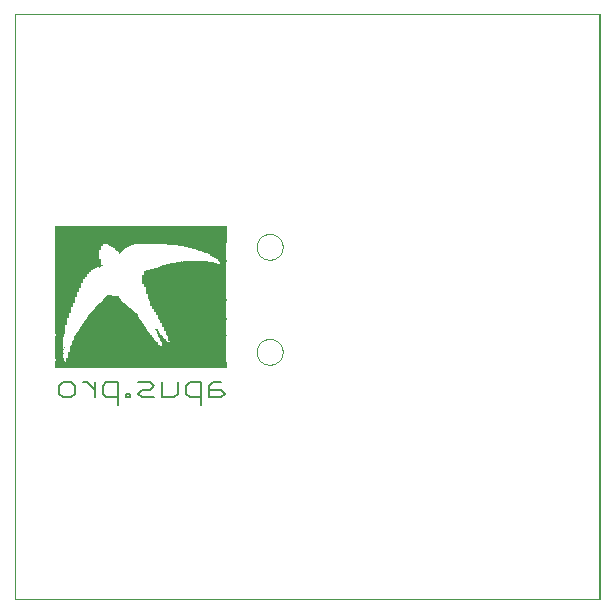
<source format=gbo>
G75*
G70*
%OFA0B0*%
%FSLAX24Y24*%
%IPPOS*%
%LPD*%
%AMOC8*
5,1,8,0,0,1.08239X$1,22.5*
%
%ADD10C,0.0000*%
%ADD11R,0.5701X0.0016*%
%ADD12R,0.0331X0.0016*%
%ADD13R,0.5339X0.0016*%
%ADD14R,0.0315X0.0016*%
%ADD15R,0.5307X0.0016*%
%ADD16R,0.0299X0.0016*%
%ADD17R,0.5291X0.0016*%
%ADD18R,0.0283X0.0016*%
%ADD19R,0.5276X0.0016*%
%ADD20R,0.0268X0.0016*%
%ADD21R,0.5260X0.0016*%
%ADD22R,0.0016X0.0016*%
%ADD23R,0.5244X0.0016*%
%ADD24R,0.5228X0.0016*%
%ADD25R,0.5213X0.0016*%
%ADD26R,0.5197X0.0016*%
%ADD27R,0.5181X0.0016*%
%ADD28R,0.2992X0.0016*%
%ADD29R,0.2173X0.0016*%
%ADD30R,0.2142X0.0016*%
%ADD31R,0.2945X0.0016*%
%ADD32R,0.2929X0.0016*%
%ADD33R,0.2898X0.0016*%
%ADD34R,0.2882X0.0016*%
%ADD35R,0.2157X0.0016*%
%ADD36R,0.2835X0.0016*%
%ADD37R,0.2787X0.0016*%
%ADD38R,0.0220X0.0016*%
%ADD39R,0.1890X0.0016*%
%ADD40R,0.2772X0.0016*%
%ADD41R,0.0205X0.0016*%
%ADD42R,0.2740X0.0016*%
%ADD43R,0.1906X0.0016*%
%ADD44R,0.2709X0.0016*%
%ADD45R,0.2693X0.0016*%
%ADD46R,0.0173X0.0016*%
%ADD47R,0.1921X0.0016*%
%ADD48R,0.0157X0.0016*%
%ADD49R,0.2661X0.0016*%
%ADD50R,0.1937X0.0016*%
%ADD51R,0.2646X0.0016*%
%ADD52R,0.0142X0.0016*%
%ADD53R,0.2614X0.0016*%
%ADD54R,0.2583X0.0016*%
%ADD55R,0.2567X0.0016*%
%ADD56R,0.0126X0.0016*%
%ADD57R,0.0110X0.0016*%
%ADD58R,0.1953X0.0016*%
%ADD59R,0.2535X0.0016*%
%ADD60R,0.2520X0.0016*%
%ADD61R,0.1969X0.0016*%
%ADD62R,0.2504X0.0016*%
%ADD63R,0.2488X0.0016*%
%ADD64R,0.0094X0.0016*%
%ADD65R,0.1984X0.0016*%
%ADD66R,0.2457X0.0016*%
%ADD67R,0.2441X0.0016*%
%ADD68R,0.2000X0.0016*%
%ADD69R,0.2425X0.0016*%
%ADD70R,0.0079X0.0016*%
%ADD71R,0.2409X0.0016*%
%ADD72R,0.2016X0.0016*%
%ADD73R,0.2362X0.0016*%
%ADD74R,0.0063X0.0016*%
%ADD75R,0.2346X0.0016*%
%ADD76R,0.2031X0.0016*%
%ADD77R,0.2331X0.0016*%
%ADD78R,0.2299X0.0016*%
%ADD79R,0.2047X0.0016*%
%ADD80R,0.2283X0.0016*%
%ADD81R,0.0047X0.0016*%
%ADD82R,0.2268X0.0016*%
%ADD83R,0.2236X0.0016*%
%ADD84R,0.0031X0.0016*%
%ADD85R,0.2063X0.0016*%
%ADD86R,0.2220X0.0016*%
%ADD87R,0.0346X0.0016*%
%ADD88R,0.2205X0.0016*%
%ADD89R,0.2079X0.0016*%
%ADD90R,0.2189X0.0016*%
%ADD91R,0.2094X0.0016*%
%ADD92R,0.0362X0.0016*%
%ADD93R,0.2126X0.0016*%
%ADD94R,0.2110X0.0016*%
%ADD95R,0.0378X0.0016*%
%ADD96R,0.0394X0.0016*%
%ADD97R,0.0409X0.0016*%
%ADD98R,0.1858X0.0016*%
%ADD99R,0.1811X0.0016*%
%ADD100R,0.0425X0.0016*%
%ADD101R,0.1780X0.0016*%
%ADD102R,0.1748X0.0016*%
%ADD103R,0.2252X0.0016*%
%ADD104R,0.1717X0.0016*%
%ADD105R,0.0441X0.0016*%
%ADD106R,0.1685X0.0016*%
%ADD107R,0.1669X0.0016*%
%ADD108R,0.0457X0.0016*%
%ADD109R,0.1654X0.0016*%
%ADD110R,0.1622X0.0016*%
%ADD111R,0.0472X0.0016*%
%ADD112R,0.1591X0.0016*%
%ADD113R,0.1575X0.0016*%
%ADD114R,0.2315X0.0016*%
%ADD115R,0.1528X0.0016*%
%ADD116R,0.1512X0.0016*%
%ADD117R,0.0488X0.0016*%
%ADD118R,0.1480X0.0016*%
%ADD119R,0.0504X0.0016*%
%ADD120R,0.1433X0.0016*%
%ADD121R,0.1417X0.0016*%
%ADD122R,0.1386X0.0016*%
%ADD123R,0.2378X0.0016*%
%ADD124R,0.0520X0.0016*%
%ADD125R,0.1354X0.0016*%
%ADD126R,0.2394X0.0016*%
%ADD127R,0.1323X0.0016*%
%ADD128R,0.1307X0.0016*%
%ADD129R,0.0535X0.0016*%
%ADD130R,0.1260X0.0016*%
%ADD131R,0.1213X0.0016*%
%ADD132R,0.1197X0.0016*%
%ADD133R,0.0551X0.0016*%
%ADD134R,0.1150X0.0016*%
%ADD135R,0.1118X0.0016*%
%ADD136R,0.1087X0.0016*%
%ADD137R,0.2472X0.0016*%
%ADD138R,0.0567X0.0016*%
%ADD139R,0.1039X0.0016*%
%ADD140R,0.0583X0.0016*%
%ADD141R,0.1024X0.0016*%
%ADD142R,0.0976X0.0016*%
%ADD143R,0.0945X0.0016*%
%ADD144R,0.0598X0.0016*%
%ADD145R,0.0913X0.0016*%
%ADD146R,0.0882X0.0016*%
%ADD147R,0.0850X0.0016*%
%ADD148R,0.0614X0.0016*%
%ADD149R,0.0819X0.0016*%
%ADD150R,0.0787X0.0016*%
%ADD151R,0.0630X0.0016*%
%ADD152R,0.0756X0.0016*%
%ADD153R,0.0646X0.0016*%
%ADD154R,0.0724X0.0016*%
%ADD155R,0.0693X0.0016*%
%ADD156R,0.0661X0.0016*%
%ADD157R,0.2551X0.0016*%
%ADD158R,0.0677X0.0016*%
%ADD159R,0.2598X0.0016*%
%ADD160R,0.0709X0.0016*%
%ADD161R,0.2630X0.0016*%
%ADD162R,0.0740X0.0016*%
%ADD163R,0.0772X0.0016*%
%ADD164R,0.2677X0.0016*%
%ADD165R,0.0803X0.0016*%
%ADD166R,0.0835X0.0016*%
%ADD167R,0.2724X0.0016*%
%ADD168R,0.0866X0.0016*%
%ADD169R,0.2756X0.0016*%
%ADD170R,0.0898X0.0016*%
%ADD171R,0.0929X0.0016*%
%ADD172R,0.2803X0.0016*%
%ADD173R,0.2819X0.0016*%
%ADD174R,0.0961X0.0016*%
%ADD175R,0.0992X0.0016*%
%ADD176R,0.1008X0.0016*%
%ADD177R,0.1055X0.0016*%
%ADD178R,0.1102X0.0016*%
%ADD179R,0.1134X0.0016*%
%ADD180R,0.1165X0.0016*%
%ADD181R,0.1181X0.0016*%
%ADD182R,0.1228X0.0016*%
%ADD183R,0.1276X0.0016*%
%ADD184R,0.1339X0.0016*%
%ADD185R,0.1370X0.0016*%
%ADD186R,0.1559X0.0016*%
%ADD187R,0.1543X0.0016*%
%ADD188R,0.0189X0.0016*%
%ADD189R,0.1244X0.0016*%
%ADD190R,0.0236X0.0016*%
%ADD191R,0.1496X0.0016*%
%ADD192R,0.0252X0.0016*%
%ADD193R,0.1071X0.0016*%
%ADD194R,0.1402X0.0016*%
%ADD195R,0.1606X0.0016*%
%ADD196R,0.1638X0.0016*%
%ADD197R,0.4047X0.0016*%
%ADD198C,0.0070*%
D10*
X000500Y000750D02*
X020000Y000750D01*
X020000Y020250D01*
X000500Y020250D01*
X000500Y000750D01*
X000500Y020246D01*
X019994Y020246D01*
X019994Y000750D01*
X000500Y000750D01*
X008567Y009000D02*
X008569Y009041D01*
X008575Y009082D01*
X008585Y009122D01*
X008598Y009161D01*
X008615Y009198D01*
X008636Y009234D01*
X008660Y009268D01*
X008687Y009299D01*
X008716Y009327D01*
X008749Y009353D01*
X008783Y009375D01*
X008820Y009394D01*
X008858Y009409D01*
X008898Y009421D01*
X008938Y009429D01*
X008979Y009433D01*
X009021Y009433D01*
X009062Y009429D01*
X009102Y009421D01*
X009142Y009409D01*
X009180Y009394D01*
X009216Y009375D01*
X009251Y009353D01*
X009284Y009327D01*
X009313Y009299D01*
X009340Y009268D01*
X009364Y009234D01*
X009385Y009198D01*
X009402Y009161D01*
X009415Y009122D01*
X009425Y009082D01*
X009431Y009041D01*
X009433Y009000D01*
X009431Y008959D01*
X009425Y008918D01*
X009415Y008878D01*
X009402Y008839D01*
X009385Y008802D01*
X009364Y008766D01*
X009340Y008732D01*
X009313Y008701D01*
X009284Y008673D01*
X009251Y008647D01*
X009217Y008625D01*
X009180Y008606D01*
X009142Y008591D01*
X009102Y008579D01*
X009062Y008571D01*
X009021Y008567D01*
X008979Y008567D01*
X008938Y008571D01*
X008898Y008579D01*
X008858Y008591D01*
X008820Y008606D01*
X008784Y008625D01*
X008749Y008647D01*
X008716Y008673D01*
X008687Y008701D01*
X008660Y008732D01*
X008636Y008766D01*
X008615Y008802D01*
X008598Y008839D01*
X008585Y008878D01*
X008575Y008918D01*
X008569Y008959D01*
X008567Y009000D01*
X008567Y012500D02*
X008569Y012541D01*
X008575Y012582D01*
X008585Y012622D01*
X008598Y012661D01*
X008615Y012698D01*
X008636Y012734D01*
X008660Y012768D01*
X008687Y012799D01*
X008716Y012827D01*
X008749Y012853D01*
X008783Y012875D01*
X008820Y012894D01*
X008858Y012909D01*
X008898Y012921D01*
X008938Y012929D01*
X008979Y012933D01*
X009021Y012933D01*
X009062Y012929D01*
X009102Y012921D01*
X009142Y012909D01*
X009180Y012894D01*
X009216Y012875D01*
X009251Y012853D01*
X009284Y012827D01*
X009313Y012799D01*
X009340Y012768D01*
X009364Y012734D01*
X009385Y012698D01*
X009402Y012661D01*
X009415Y012622D01*
X009425Y012582D01*
X009431Y012541D01*
X009433Y012500D01*
X009431Y012459D01*
X009425Y012418D01*
X009415Y012378D01*
X009402Y012339D01*
X009385Y012302D01*
X009364Y012266D01*
X009340Y012232D01*
X009313Y012201D01*
X009284Y012173D01*
X009251Y012147D01*
X009217Y012125D01*
X009180Y012106D01*
X009142Y012091D01*
X009102Y012079D01*
X009062Y012071D01*
X009021Y012067D01*
X008979Y012067D01*
X008938Y012071D01*
X008898Y012079D01*
X008858Y012091D01*
X008820Y012106D01*
X008784Y012125D01*
X008749Y012147D01*
X008716Y012173D01*
X008687Y012201D01*
X008660Y012232D01*
X008636Y012266D01*
X008615Y012302D01*
X008598Y012339D01*
X008585Y012378D01*
X008575Y012418D01*
X008569Y012459D01*
X008567Y012500D01*
D11*
X004697Y012626D03*
X004697Y012642D03*
X004697Y012657D03*
X004697Y012673D03*
X004697Y012689D03*
X004697Y012705D03*
X004697Y012720D03*
X004697Y012736D03*
X004697Y012752D03*
X004697Y012768D03*
X004697Y012783D03*
X004697Y012799D03*
X004697Y012815D03*
X004697Y012831D03*
X004697Y012846D03*
X004697Y012862D03*
X004697Y012878D03*
X004697Y012894D03*
X004697Y012909D03*
X004697Y012925D03*
X004697Y012941D03*
X004697Y012957D03*
X004697Y012972D03*
X004697Y012988D03*
X004697Y013004D03*
X004697Y013020D03*
X004697Y013035D03*
X004697Y013051D03*
X004697Y013067D03*
X004697Y013083D03*
X004697Y013098D03*
X004697Y013114D03*
X004697Y013130D03*
X004697Y013146D03*
X004697Y013161D03*
X004697Y008642D03*
X004697Y008626D03*
X004697Y008610D03*
X004697Y008594D03*
X004697Y008579D03*
X004697Y008563D03*
X004697Y008547D03*
X004697Y008531D03*
X004697Y008516D03*
X004697Y008500D03*
X004697Y008484D03*
X004697Y008469D03*
X004697Y008453D03*
D12*
X002012Y008657D03*
X002012Y009697D03*
X002012Y009713D03*
X002012Y009728D03*
X002012Y009744D03*
X003996Y012421D03*
X007382Y012106D03*
D13*
X004878Y008657D03*
D14*
X002004Y008673D03*
X002004Y009587D03*
X002004Y009618D03*
X002004Y009650D03*
X002004Y009665D03*
X002004Y009681D03*
X007390Y012091D03*
D15*
X004894Y008752D03*
X004894Y008720D03*
X004894Y008705D03*
X004894Y008689D03*
X004894Y008673D03*
D16*
X003713Y010831D03*
X001996Y009634D03*
X001996Y009602D03*
X001996Y009571D03*
X001996Y009555D03*
X001996Y009539D03*
X001996Y009524D03*
X001996Y009508D03*
X001996Y008752D03*
X001996Y008736D03*
X001996Y008720D03*
X001996Y008705D03*
X001996Y008689D03*
X003996Y012406D03*
D17*
X004902Y008815D03*
X004902Y008783D03*
X004902Y008768D03*
X004902Y008736D03*
D18*
X001988Y008768D03*
X001988Y008783D03*
X001988Y008799D03*
X001988Y008815D03*
X001988Y008831D03*
X001988Y008846D03*
X001988Y008862D03*
X001988Y009335D03*
X001988Y009350D03*
X001988Y009366D03*
X001988Y009382D03*
X001988Y009398D03*
X001988Y009413D03*
X001988Y009429D03*
X001988Y009445D03*
X001988Y009461D03*
X001988Y009476D03*
X001988Y009492D03*
X007406Y012059D03*
X007406Y012075D03*
D19*
X004909Y008894D03*
X004909Y008878D03*
X004909Y008862D03*
X004909Y008846D03*
X004909Y008831D03*
X004909Y008799D03*
D20*
X001980Y008878D03*
X001980Y008894D03*
X001980Y008909D03*
X001980Y008925D03*
X001980Y008941D03*
X001980Y008957D03*
X001980Y008972D03*
X001980Y008988D03*
X001980Y009004D03*
X001980Y009020D03*
X001980Y009035D03*
X001980Y009051D03*
X001980Y009067D03*
X001980Y009083D03*
X001980Y009098D03*
X001980Y009114D03*
X001980Y009130D03*
X001980Y009146D03*
X001980Y009161D03*
X001980Y009177D03*
X001980Y009193D03*
X001980Y009209D03*
X001980Y009224D03*
X001980Y009240D03*
X001980Y009256D03*
X001980Y009272D03*
X001980Y009287D03*
X001980Y009303D03*
X001980Y009319D03*
X007413Y012043D03*
D21*
X004917Y008925D03*
X004917Y008909D03*
D22*
X005335Y009193D03*
X005209Y009744D03*
X003965Y010815D03*
X003760Y010846D03*
X003335Y011807D03*
X003366Y011823D03*
X004705Y012594D03*
X004768Y012594D03*
X005602Y012563D03*
X005634Y012563D03*
X005665Y012563D03*
X005713Y012547D03*
X006043Y012516D03*
X006185Y011996D03*
X006028Y011965D03*
X005697Y011917D03*
X005571Y011902D03*
X007114Y011965D03*
X007287Y011902D03*
X007319Y011902D03*
X002169Y009114D03*
X002154Y009051D03*
X002138Y008941D03*
D23*
X004925Y008941D03*
X004925Y008957D03*
X004925Y008972D03*
D24*
X004933Y008988D03*
X004933Y009004D03*
X004933Y009020D03*
D25*
X004941Y009035D03*
X004941Y009067D03*
D26*
X004949Y009083D03*
X004949Y009051D03*
D27*
X004957Y009098D03*
X004957Y009114D03*
X004957Y009130D03*
D28*
X003862Y009146D03*
X003862Y009161D03*
D29*
X003783Y009791D03*
X006461Y009949D03*
X006461Y009965D03*
X006461Y009980D03*
X006461Y009146D03*
X006461Y011839D03*
D30*
X006476Y009902D03*
X006476Y009886D03*
X006476Y009224D03*
X006476Y009209D03*
X006476Y009193D03*
X006476Y009177D03*
X006476Y009161D03*
D31*
X003854Y009177D03*
D32*
X003846Y009193D03*
X003846Y009209D03*
D33*
X003831Y009224D03*
D34*
X003839Y009240D03*
D35*
X003776Y009807D03*
X006469Y009917D03*
X006469Y009933D03*
X006469Y009287D03*
X006469Y009272D03*
X006469Y009256D03*
X006469Y009240D03*
D36*
X003831Y009256D03*
X003831Y009272D03*
X003831Y009287D03*
D37*
X003823Y009303D03*
X006154Y011303D03*
X006154Y011319D03*
X006154Y011445D03*
X006154Y011461D03*
X006154Y011476D03*
X006154Y011492D03*
X006154Y011508D03*
D38*
X003988Y012374D03*
X005484Y009319D03*
X005500Y009303D03*
D39*
X006602Y009303D03*
X006602Y009319D03*
X006602Y009335D03*
X003783Y009996D03*
X003783Y010012D03*
D40*
X003815Y009335D03*
X003815Y009319D03*
X006161Y011272D03*
X006161Y011287D03*
X006161Y011524D03*
D41*
X007445Y011902D03*
X007445Y011917D03*
X007445Y011980D03*
X007445Y011996D03*
X005445Y009366D03*
X005461Y009350D03*
X005476Y009335D03*
D42*
X003815Y009350D03*
X006177Y011177D03*
X006177Y011209D03*
X006177Y011224D03*
X006177Y011571D03*
X006177Y011587D03*
X006177Y011602D03*
X006177Y011618D03*
X006177Y012594D03*
D43*
X006594Y009366D03*
X006594Y009350D03*
D44*
X006193Y011146D03*
X006193Y011650D03*
X003815Y009366D03*
D45*
X003807Y009382D03*
X003807Y009398D03*
X006201Y011083D03*
X006201Y011098D03*
X006201Y011114D03*
X006201Y011130D03*
X006201Y011665D03*
D46*
X003996Y012358D03*
X005445Y009382D03*
D47*
X006587Y009382D03*
X006587Y009398D03*
X003783Y009980D03*
D48*
X003657Y010846D03*
X005421Y009413D03*
X005437Y009398D03*
D49*
X003807Y009413D03*
X006217Y010988D03*
X006217Y011004D03*
X006217Y011020D03*
D50*
X006579Y009476D03*
X006579Y009461D03*
X006579Y009445D03*
X006579Y009429D03*
X006579Y009413D03*
X003791Y009965D03*
D51*
X003799Y009429D03*
X006224Y010941D03*
X006224Y010972D03*
X006224Y011681D03*
D52*
X003996Y012343D03*
X005382Y009461D03*
X005398Y009445D03*
X005413Y009429D03*
D53*
X003799Y009445D03*
X006240Y010831D03*
X006240Y010846D03*
X006240Y010862D03*
X006240Y011697D03*
D54*
X006256Y010783D03*
X006256Y010768D03*
X006256Y010752D03*
X003799Y009461D03*
D55*
X003791Y009476D03*
X003791Y009492D03*
X006264Y010705D03*
X006264Y010736D03*
D56*
X005374Y009476D03*
X004004Y012327D03*
X005012Y012579D03*
D57*
X005335Y009539D03*
X005350Y009524D03*
X005350Y009508D03*
X005366Y009492D03*
D58*
X006571Y009492D03*
X006571Y009508D03*
X003783Y009949D03*
D59*
X003791Y009508D03*
X006280Y010610D03*
X006280Y010626D03*
X006280Y010642D03*
X006280Y010657D03*
X006280Y010673D03*
X006280Y011713D03*
D60*
X006287Y010594D03*
X003799Y009524D03*
D61*
X003776Y009933D03*
X006563Y009539D03*
X006563Y009524D03*
D62*
X006295Y010516D03*
X006295Y010531D03*
X006295Y010547D03*
X006295Y010563D03*
X006295Y010579D03*
X003791Y009539D03*
D63*
X003783Y009555D03*
X006303Y010500D03*
X006303Y011728D03*
D64*
X004004Y012295D03*
X004004Y012311D03*
X005311Y009587D03*
X005311Y009571D03*
X005327Y009555D03*
D65*
X006555Y009555D03*
X006555Y009571D03*
D66*
X006319Y010453D03*
X003783Y009571D03*
D67*
X003791Y009587D03*
X006327Y010421D03*
X006327Y010437D03*
X006327Y011744D03*
D68*
X006547Y011886D03*
X006547Y009602D03*
X006547Y009587D03*
X003776Y009902D03*
X003776Y009917D03*
D69*
X003783Y009602D03*
X006335Y010390D03*
X006335Y010406D03*
D70*
X005272Y009650D03*
X005287Y009618D03*
X005287Y009602D03*
D71*
X003791Y009618D03*
X006343Y011760D03*
D72*
X006539Y009634D03*
X006539Y009618D03*
D73*
X006366Y010295D03*
X006366Y010311D03*
X003783Y009634D03*
D74*
X005248Y009681D03*
X005264Y009665D03*
X005280Y009634D03*
X004020Y012280D03*
X005248Y012579D03*
X005374Y012579D03*
D75*
X006374Y011776D03*
X006374Y010280D03*
X006374Y010264D03*
X003791Y009650D03*
D76*
X006531Y009650D03*
X006531Y009665D03*
D77*
X006382Y010248D03*
X003783Y009665D03*
D78*
X003783Y009681D03*
X006398Y010185D03*
X006398Y010201D03*
X006398Y010217D03*
X006398Y011791D03*
D79*
X006524Y009713D03*
X006524Y009697D03*
X006524Y009681D03*
X003783Y009886D03*
D80*
X003791Y009697D03*
X006406Y010154D03*
X006406Y010169D03*
D81*
X005240Y009713D03*
X005240Y009697D03*
X005823Y011933D03*
X005445Y012579D03*
X005177Y012579D03*
X005114Y012579D03*
X004909Y012579D03*
D82*
X006413Y011807D03*
X006413Y010138D03*
X006413Y010122D03*
X003783Y009713D03*
D83*
X003783Y009728D03*
X006429Y010075D03*
X006429Y010091D03*
D84*
X005232Y009728D03*
X003894Y010831D03*
X004020Y012264D03*
X005311Y012579D03*
X006083Y011980D03*
X006949Y011980D03*
D85*
X006516Y011870D03*
X006516Y012579D03*
X003776Y009870D03*
X006516Y009744D03*
X006516Y009728D03*
D86*
X006437Y010043D03*
X006437Y010059D03*
X003776Y009744D03*
D87*
X002020Y009760D03*
X002020Y009776D03*
X002020Y009791D03*
X002020Y009807D03*
D88*
X003783Y009760D03*
X006445Y010028D03*
X006445Y011823D03*
D89*
X006508Y009776D03*
X006508Y009760D03*
X003783Y009854D03*
D90*
X003776Y009776D03*
X006453Y009996D03*
X006453Y010012D03*
D91*
X006500Y009807D03*
X006500Y009791D03*
X003776Y009839D03*
D92*
X002028Y009839D03*
X002028Y009854D03*
X002028Y009870D03*
X002028Y009886D03*
X002028Y009917D03*
X002028Y009823D03*
X003996Y012437D03*
X006563Y012012D03*
X007366Y012122D03*
D93*
X006484Y009870D03*
X003776Y009823D03*
D94*
X006492Y009823D03*
X006492Y009839D03*
X006492Y009854D03*
X006492Y011854D03*
D95*
X002035Y009933D03*
X002035Y009902D03*
D96*
X002043Y009949D03*
X002043Y009965D03*
X002043Y009980D03*
X002043Y009996D03*
X003744Y010815D03*
X007350Y012138D03*
D97*
X007343Y012154D03*
X004004Y012453D03*
X002051Y010075D03*
X002051Y010043D03*
X002051Y010028D03*
X002051Y010012D03*
D98*
X003783Y010028D03*
X006618Y012563D03*
D99*
X003791Y010059D03*
X003791Y010043D03*
D100*
X002059Y010059D03*
X002059Y010091D03*
X002059Y010106D03*
X002059Y010122D03*
D101*
X003791Y010075D03*
D102*
X003791Y010091D03*
X003791Y010106D03*
D103*
X006421Y010106D03*
D104*
X003791Y010122D03*
X006689Y012547D03*
D105*
X007327Y012169D03*
X003752Y010799D03*
X002067Y010154D03*
X002067Y010138D03*
D106*
X003791Y010138D03*
D107*
X003783Y010154D03*
X006429Y011902D03*
D108*
X003996Y012469D03*
X002075Y010201D03*
X002075Y010185D03*
X002075Y010169D03*
D109*
X003791Y010169D03*
X003791Y010185D03*
D110*
X003791Y010201D03*
D111*
X003752Y010783D03*
X002083Y010264D03*
X002083Y010248D03*
X002083Y010232D03*
X002083Y010217D03*
X007311Y012185D03*
D112*
X003791Y010217D03*
X002642Y012531D03*
X002642Y012547D03*
D113*
X002634Y012516D03*
X002634Y011870D03*
X002634Y011854D03*
X003799Y010232D03*
D114*
X006390Y010232D03*
D115*
X003791Y010248D03*
X002610Y011980D03*
X002610Y011996D03*
X002610Y012012D03*
X002610Y012437D03*
X002610Y012453D03*
D116*
X002602Y012421D03*
X002602Y012406D03*
X002602Y012390D03*
X002602Y012075D03*
X002602Y012059D03*
X002602Y012043D03*
X002602Y012028D03*
X003799Y010264D03*
X006492Y011917D03*
D117*
X002091Y010280D03*
D118*
X003783Y010280D03*
X002587Y012138D03*
X002587Y012169D03*
X002587Y012185D03*
X002587Y012217D03*
X002587Y012232D03*
X002587Y012264D03*
X002587Y012280D03*
X002587Y012295D03*
X002587Y012311D03*
X002587Y012343D03*
X002587Y012358D03*
X006807Y012516D03*
D119*
X003752Y010768D03*
X002098Y010327D03*
X002098Y010311D03*
X002098Y010295D03*
D120*
X003791Y010295D03*
D121*
X003783Y010311D03*
X002555Y011823D03*
D122*
X003783Y010327D03*
D123*
X006358Y010327D03*
D124*
X007287Y012201D03*
X003996Y012484D03*
X002106Y010374D03*
X002106Y010358D03*
X002106Y010343D03*
D125*
X002524Y011791D03*
X003783Y010343D03*
D126*
X006350Y010343D03*
X006350Y010358D03*
X006350Y010374D03*
D127*
X003768Y010358D03*
X006886Y012484D03*
D128*
X006516Y011933D03*
X003776Y010374D03*
X002500Y011760D03*
D129*
X003752Y010752D03*
X002114Y010421D03*
X002114Y010406D03*
X002114Y010390D03*
X007280Y012217D03*
D130*
X003768Y010390D03*
X002476Y011728D03*
D131*
X002453Y011697D03*
X003760Y010406D03*
D132*
X003768Y010421D03*
X002445Y011681D03*
D133*
X002122Y010469D03*
X002122Y010453D03*
X002122Y010437D03*
X007272Y012232D03*
D134*
X003760Y010437D03*
X002421Y011634D03*
D135*
X002406Y011602D03*
X003760Y010453D03*
X006988Y012437D03*
D136*
X003760Y010469D03*
X002390Y011555D03*
X002390Y011571D03*
D137*
X006311Y010484D03*
X006311Y010469D03*
D138*
X003752Y010736D03*
X002130Y010516D03*
X002130Y010484D03*
D139*
X002366Y011492D03*
X002366Y011524D03*
X003752Y010484D03*
D140*
X003744Y010720D03*
X002138Y010531D03*
X002138Y010500D03*
D141*
X002358Y011476D03*
X002358Y011508D03*
X003760Y010500D03*
D142*
X003752Y010516D03*
X002335Y011429D03*
X004051Y012579D03*
D143*
X002319Y011382D03*
X003752Y010531D03*
D144*
X002146Y010547D03*
X002146Y010563D03*
X002146Y010579D03*
X004020Y012500D03*
D145*
X002303Y011319D03*
X002303Y011303D03*
X003752Y010547D03*
X007091Y012374D03*
D146*
X004051Y012563D03*
X002287Y011240D03*
X002287Y011224D03*
X003752Y010563D03*
D147*
X003752Y010579D03*
X002272Y011161D03*
X004035Y012547D03*
D148*
X002154Y010610D03*
X002154Y010594D03*
X007240Y012248D03*
X007240Y012264D03*
D149*
X003752Y010594D03*
X002256Y011098D03*
X002256Y011114D03*
D150*
X002240Y011035D03*
X003752Y010610D03*
D151*
X003752Y010689D03*
X003752Y010705D03*
X002161Y010626D03*
X006524Y011996D03*
D152*
X003752Y010626D03*
X002224Y010988D03*
D153*
X002169Y010689D03*
X002169Y010673D03*
X002169Y010657D03*
X002169Y010642D03*
D154*
X002209Y010894D03*
X002209Y010909D03*
X003752Y010642D03*
X004020Y012531D03*
D155*
X002193Y010862D03*
X002193Y010831D03*
X002193Y010799D03*
X003752Y010657D03*
D156*
X003752Y010673D03*
X002177Y010705D03*
X002177Y010720D03*
X002177Y010752D03*
X002177Y010768D03*
X004020Y012516D03*
X007217Y012280D03*
D157*
X006272Y010720D03*
X006272Y010689D03*
D158*
X002185Y010736D03*
X002185Y010783D03*
D159*
X006248Y010799D03*
X006248Y010815D03*
D160*
X007193Y012295D03*
X002201Y010878D03*
X002201Y010846D03*
X002201Y010815D03*
D161*
X006232Y010878D03*
X006232Y010894D03*
X006232Y010909D03*
X006232Y010925D03*
X006232Y010957D03*
D162*
X007177Y012311D03*
X002217Y010972D03*
X002217Y010957D03*
X002217Y010941D03*
X002217Y010925D03*
D163*
X002232Y011004D03*
X002232Y011020D03*
X007161Y012327D03*
D164*
X006209Y011067D03*
X006209Y011051D03*
X006209Y011035D03*
D165*
X006516Y011980D03*
X007146Y012343D03*
X002248Y011083D03*
X002248Y011067D03*
X002248Y011051D03*
D166*
X002264Y011130D03*
X002264Y011146D03*
D167*
X006185Y011161D03*
X006185Y011193D03*
X006185Y011634D03*
D168*
X007114Y012358D03*
X002280Y011209D03*
X002280Y011193D03*
X002280Y011177D03*
D169*
X006169Y011240D03*
X006169Y011256D03*
X006169Y011539D03*
X006169Y011555D03*
D170*
X002295Y011287D03*
X002295Y011272D03*
X002295Y011256D03*
D171*
X002311Y011335D03*
X002311Y011350D03*
X002311Y011366D03*
D172*
X006146Y011335D03*
X006146Y011398D03*
X006146Y011413D03*
X006146Y011429D03*
D173*
X006138Y011382D03*
X006138Y011366D03*
X006138Y011350D03*
D174*
X007067Y012390D03*
X002327Y011413D03*
X002327Y011398D03*
D175*
X002343Y011445D03*
X006547Y011965D03*
D176*
X007043Y012406D03*
X002350Y011461D03*
D177*
X002374Y011539D03*
D178*
X002398Y011587D03*
D179*
X002413Y011618D03*
D180*
X002429Y011650D03*
X006965Y012453D03*
D181*
X002437Y011665D03*
D182*
X002461Y011713D03*
D183*
X002484Y011744D03*
D184*
X002516Y011776D03*
D185*
X002531Y011807D03*
D186*
X002626Y011839D03*
X002626Y011886D03*
X002626Y011902D03*
X002626Y011917D03*
X002626Y012500D03*
D187*
X002618Y012484D03*
X002618Y012469D03*
X002618Y011965D03*
X002618Y011949D03*
X002618Y011933D03*
D188*
X007453Y011933D03*
X007453Y011949D03*
X007453Y011965D03*
D189*
X006925Y012469D03*
X006516Y011949D03*
D190*
X007429Y012012D03*
X007429Y012028D03*
D191*
X002594Y012091D03*
X002594Y012106D03*
X002594Y012122D03*
X002594Y012154D03*
X002594Y012201D03*
X002594Y012248D03*
X002594Y012327D03*
X002594Y012374D03*
D192*
X003988Y012390D03*
D193*
X004067Y012594D03*
X007012Y012421D03*
D194*
X006846Y012500D03*
D195*
X006744Y012531D03*
X002650Y012563D03*
X002650Y012579D03*
X002650Y012594D03*
D196*
X002665Y012610D03*
D197*
X005524Y012610D03*
D198*
X005409Y008007D02*
X005409Y007480D01*
X005805Y007480D01*
X005936Y007612D01*
X005936Y008007D01*
X006201Y007875D02*
X006201Y007612D01*
X006333Y007480D01*
X006728Y007480D01*
X006728Y007216D02*
X006728Y008007D01*
X006333Y008007D01*
X006201Y007875D01*
X006993Y007875D02*
X006993Y007480D01*
X007388Y007480D01*
X007520Y007612D01*
X007388Y007743D01*
X006993Y007743D01*
X006993Y007875D02*
X007125Y008007D01*
X007388Y008007D01*
X005144Y007875D02*
X005013Y008007D01*
X004617Y008007D01*
X004749Y007743D02*
X005013Y007743D01*
X005144Y007875D01*
X004749Y007743D02*
X004617Y007612D01*
X004749Y007480D01*
X005144Y007480D01*
X004353Y007480D02*
X004221Y007480D01*
X004221Y007612D01*
X004353Y007612D01*
X004353Y007480D01*
X003957Y007480D02*
X003561Y007480D01*
X003430Y007612D01*
X003430Y007875D01*
X003561Y008007D01*
X003957Y008007D01*
X003957Y007216D01*
X003165Y007480D02*
X003165Y008007D01*
X003165Y007743D02*
X002901Y008007D01*
X002769Y008007D01*
X002505Y007875D02*
X002505Y007612D01*
X002373Y007480D01*
X002110Y007480D01*
X001978Y007612D01*
X001978Y007875D01*
X002110Y008007D01*
X002373Y008007D01*
X002505Y007875D01*
M02*

</source>
